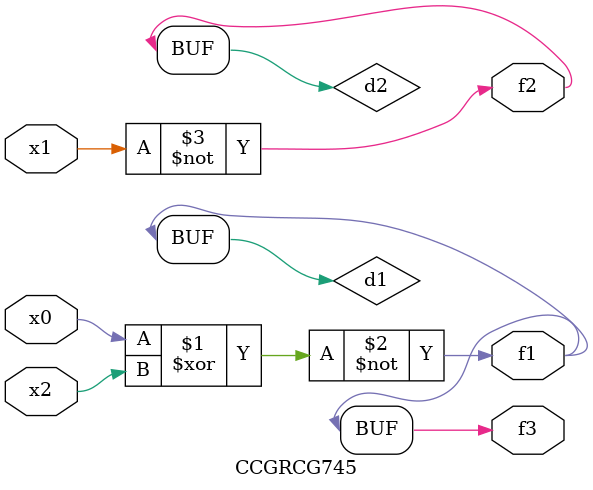
<source format=v>
module CCGRCG745(
	input x0, x1, x2,
	output f1, f2, f3
);

	wire d1, d2, d3;

	xnor (d1, x0, x2);
	nand (d2, x1);
	nor (d3, x1, x2);
	assign f1 = d1;
	assign f2 = d2;
	assign f3 = d1;
endmodule

</source>
